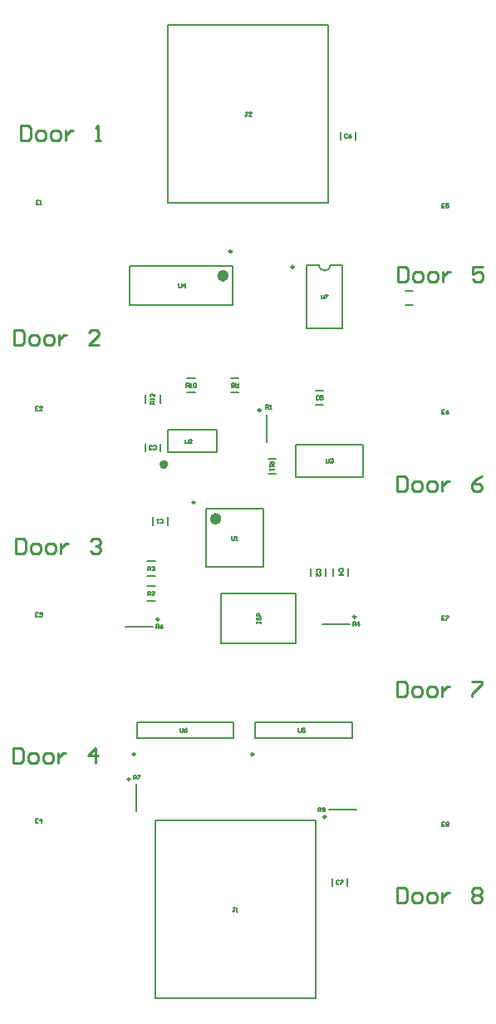
<source format=gto>
G04 Layer_Color=65535*
%FSAX44Y44*%
%MOMM*%
G71*
G01*
G75*
%ADD36C,0.2500*%
%ADD37C,0.2000*%
%ADD38C,0.6000*%
%ADD39C,0.5000*%
%ADD40C,0.2032*%
%ADD41C,0.1270*%
%ADD42C,0.2540*%
D36*
X00402510Y00947800D02*
G03*
X00402510Y00947800I-00001250J00000000D01*
G01*
X00368986Y00801980D02*
G03*
X00368986Y00801980I-00001250J00000000D01*
G01*
X00265080Y00588854D02*
G03*
X00265080Y00588854I-00001250J00000000D01*
G01*
X00465740Y00591394D02*
G03*
X00465740Y00591394I-00001250J00000000D01*
G01*
X00435260Y00387726D02*
G03*
X00435260Y00387726I-00001250J00000000D01*
G01*
X00235636Y00426060D02*
G03*
X00235636Y00426060I-00001250J00000000D01*
G01*
X00240840Y00451460D02*
G03*
X00240840Y00451460I-00001250J00000000D01*
G01*
X00361490D02*
G03*
X00361490Y00451460I-00001250J00000000D01*
G01*
X00301630Y00708087D02*
G03*
X00301630Y00708087I-00001250J00000000D01*
G01*
X00339210Y00963480D02*
G03*
X00339210Y00963480I-00001250J00000000D01*
G01*
D37*
X00428010Y00950050D02*
G03*
X00440010Y00950050I00006000J00000000D01*
G01*
X00416010D02*
X00428010D01*
X00440010D02*
X00452010D01*
X00416010Y00885050D02*
X00452010D01*
X00416010D02*
Y00950050D01*
X00452010Y00885050D02*
Y00950050D01*
X00456944Y00317211D02*
Y00325210D01*
X00441944Y00317211D02*
Y00325210D01*
X00375082Y00769468D02*
Y00797408D01*
X00231318Y00581508D02*
X00259258D01*
X00431978Y00584048D02*
X00459918D01*
X00438582Y00395072D02*
X00466522D01*
X00241732Y00393548D02*
Y00421488D01*
X00253480Y00607790D02*
X00261480D01*
X00253480Y00622790D02*
X00261480D01*
X00341300Y00467960D02*
Y00483960D01*
X00242690Y00467960D02*
Y00483960D01*
X00341300D01*
X00242690Y00467960D02*
X00341300D01*
X00461950D02*
Y00483960D01*
X00363340Y00467960D02*
Y00483960D01*
X00461950D01*
X00363340Y00467960D02*
X00461950D01*
X00253480Y00633190D02*
X00261480D01*
X00253480Y00648190D02*
X00261480D01*
X00376670Y00752330D02*
X00384670D01*
X00376670Y00737330D02*
X00384670D01*
X00312880Y00642337D02*
Y00701337D01*
X00371880Y00642337D02*
Y00701337D01*
X00312880D02*
X00371880D01*
X00312880Y00642337D02*
X00371880D01*
X00251250Y00809410D02*
Y00817410D01*
X00266250Y00809410D02*
Y00817410D01*
X00274390Y00758800D02*
X00324390D01*
Y00781660D01*
X00274390Y00758800D02*
Y00781660D01*
X00324390D01*
X00294120Y00819880D02*
X00302120D01*
X00294120Y00834880D02*
X00302120D01*
X00338570Y00819880D02*
X00346570D01*
X00338570Y00834880D02*
X00346570D01*
X00328600Y00564490D02*
Y00615290D01*
X00404800Y00564490D02*
Y00615290D01*
X00328600Y00564490D02*
X00404800D01*
X00328600Y00615290D02*
X00404800D01*
X00328600D02*
X00377283D01*
X00266250Y00759880D02*
Y00767880D01*
X00251250Y00759880D02*
Y00767880D01*
X00435160Y00632880D02*
Y00640880D01*
X00420160Y00632880D02*
Y00640880D01*
X00258870Y00684950D02*
Y00692950D01*
X00273870Y00684950D02*
Y00692950D01*
X00443020Y00632880D02*
Y00640880D01*
X00458020Y00632880D02*
Y00640880D01*
X00424930Y00807180D02*
X00432930D01*
X00424930Y00822180D02*
X00432930D01*
X00450640Y01077380D02*
Y01085380D01*
X00465640Y01077380D02*
Y01085380D01*
X00235460Y00948980D02*
X00340460D01*
X00235460Y00908980D02*
X00340460D01*
Y00948980D01*
X00235460Y00908980D02*
Y00948980D01*
X00516370Y00908780D02*
X00524370D01*
X00516370Y00923780D02*
X00524370D01*
D38*
X00325880Y00691337D02*
G03*
X00325880Y00691337I-00003000J00000000D01*
G01*
X00333460Y00938980D02*
G03*
X00333460Y00938980I-00003000J00000000D01*
G01*
D39*
X00272180Y00746640D02*
G03*
X00272180Y00746640I-00002000J00000000D01*
G01*
D40*
X00424570Y00202540D02*
Y00252550D01*
X00261270Y00202540D02*
Y00252550D01*
Y00202540D02*
X00424570D01*
X00261270Y00252550D02*
Y00384150D01*
X00424570Y00252550D02*
Y00384150D01*
X00261270D02*
X00424570D01*
X00274540Y01012800D02*
X00437840D01*
X00274540D02*
Y01144400D01*
X00437840Y01012800D02*
Y01144400D01*
X00274540Y01194410D02*
X00437840D01*
Y01144400D02*
Y01194410D01*
X00274540Y01144400D02*
Y01194410D01*
X00473380Y00733400D02*
Y00766420D01*
X00404800D02*
X00473380D01*
X00404800Y00733400D02*
Y00766420D01*
Y00733400D02*
X00473380D01*
D41*
X00448743Y00322677D02*
X00448063Y00323357D01*
X00446704D01*
X00446024Y00322677D01*
Y00319958D01*
X00446704Y00319278D01*
X00448063D01*
X00448743Y00319958D01*
X00450103Y00323357D02*
X00452822D01*
Y00322677D01*
X00450103Y00319958D01*
Y00319278D01*
X00254000Y00613156D02*
Y00617235D01*
X00256039D01*
X00256719Y00616555D01*
Y00615195D01*
X00256039Y00614516D01*
X00254000D01*
X00255360D02*
X00256719Y00613156D01*
X00260798D02*
X00258079D01*
X00260798Y00615875D01*
Y00616555D01*
X00260118Y00617235D01*
X00258759D01*
X00258079Y00616555D01*
X00286766Y00478043D02*
Y00474644D01*
X00287446Y00473964D01*
X00288805D01*
X00289485Y00474644D01*
Y00478043D01*
X00293564D02*
X00292204Y00477363D01*
X00290845Y00476003D01*
Y00474644D01*
X00291525Y00473964D01*
X00292884D01*
X00293564Y00474644D01*
Y00475324D01*
X00292884Y00476003D01*
X00290845D01*
X00407416Y00478043D02*
Y00474644D01*
X00408096Y00473964D01*
X00409455D01*
X00410135Y00474644D01*
Y00478043D01*
X00414214D02*
X00411495D01*
Y00476003D01*
X00412854Y00476683D01*
X00413534D01*
X00414214Y00476003D01*
Y00474644D01*
X00413534Y00473964D01*
X00412174D01*
X00411495Y00474644D01*
X00427660Y00393040D02*
Y00397119D01*
X00429699D01*
X00430379Y00396439D01*
Y00395079D01*
X00429699Y00394400D01*
X00427660D01*
X00429020D02*
X00430379Y00393040D01*
X00431739Y00393720D02*
X00432419Y00393040D01*
X00433778D01*
X00434458Y00393720D01*
Y00396439D01*
X00433778Y00397119D01*
X00432419D01*
X00431739Y00396439D01*
Y00395759D01*
X00432419Y00395079D01*
X00434458D01*
X00239700Y00426060D02*
Y00430139D01*
X00241739D01*
X00242419Y00429459D01*
Y00428099D01*
X00241739Y00427420D01*
X00239700D01*
X00241060D02*
X00242419Y00426060D01*
X00243779Y00430139D02*
X00246498D01*
Y00429459D01*
X00243779Y00426740D01*
Y00426060D01*
X00262560Y00579730D02*
Y00583809D01*
X00264599D01*
X00265279Y00583129D01*
Y00581769D01*
X00264599Y00581090D01*
X00262560D01*
X00263920D02*
X00265279Y00579730D01*
X00269358Y00583809D02*
X00267998Y00583129D01*
X00266639Y00581769D01*
Y00580410D01*
X00267318Y00579730D01*
X00268678D01*
X00269358Y00580410D01*
Y00581090D01*
X00268678Y00581769D01*
X00266639D01*
X00463220Y00582270D02*
Y00586349D01*
X00465259D01*
X00465939Y00585669D01*
Y00584309D01*
X00465259Y00583630D01*
X00463220D01*
X00464580D02*
X00465939Y00582270D01*
X00469338D02*
Y00586349D01*
X00467299Y00584309D01*
X00470018D01*
X00285496Y00930925D02*
Y00927526D01*
X00286176Y00926846D01*
X00287535D01*
X00288215Y00927526D01*
Y00930925D01*
X00291614Y00926846D02*
Y00930925D01*
X00289575Y00928885D01*
X00292294D01*
X00254000Y00638556D02*
Y00642635D01*
X00256039D01*
X00256719Y00641955D01*
Y00640595D01*
X00256039Y00639916D01*
X00254000D01*
X00255360D02*
X00256719Y00638556D01*
X00258079Y00641955D02*
X00258759Y00642635D01*
X00260118D01*
X00260798Y00641955D01*
Y00641275D01*
X00260118Y00640595D01*
X00259438D01*
X00260118D01*
X00260798Y00639916D01*
Y00639236D01*
X00260118Y00638556D01*
X00258759D01*
X00258079Y00639236D01*
X00374320Y00803250D02*
Y00807329D01*
X00376359D01*
X00377039Y00806649D01*
Y00805289D01*
X00376359Y00804610D01*
X00374320D01*
X00375680D02*
X00377039Y00803250D01*
X00378399D02*
X00379758D01*
X00379078D01*
Y00807329D01*
X00378399Y00806649D01*
X00355525Y01105677D02*
X00354166D01*
X00354845D01*
Y01102278D01*
X00354166Y01101598D01*
X00353486D01*
X00352806Y01102278D01*
X00359604Y01101598D02*
X00356885D01*
X00359604Y01104317D01*
Y01104997D01*
X00358924Y01105677D01*
X00357565D01*
X00356885Y01104997D01*
X00378714Y00749300D02*
X00382793D01*
Y00747261D01*
X00382113Y00746581D01*
X00380753D01*
X00380074Y00747261D01*
Y00749300D01*
Y00747940D02*
X00378714Y00746581D01*
Y00745221D02*
Y00743862D01*
Y00744541D01*
X00382793D01*
X00382113Y00745221D01*
X00378714Y00741822D02*
Y00740463D01*
Y00741143D01*
X00382793D01*
X00382113Y00741822D01*
X00339598Y00673877D02*
Y00670478D01*
X00340278Y00669798D01*
X00341637D01*
X00342317Y00670478D01*
Y00673877D01*
X00343677Y00669798D02*
X00345036D01*
X00344356D01*
Y00673877D01*
X00343677Y00673197D01*
X00260858Y00808228D02*
X00256779D01*
Y00810267D01*
X00257459Y00810947D01*
X00258819D01*
X00259498Y00810267D01*
Y00808228D01*
Y00809588D02*
X00260858Y00810947D01*
Y00812307D02*
Y00813666D01*
Y00812987D01*
X00256779D01*
X00257459Y00812307D01*
X00260858Y00818425D02*
Y00815706D01*
X00258139Y00818425D01*
X00257459D01*
X00256779Y00817745D01*
Y00816385D01*
X00257459Y00815706D01*
X00292354Y00772175D02*
Y00768776D01*
X00293034Y00768096D01*
X00294393D01*
X00295073Y00768776D01*
Y00772175D01*
X00299152Y00768096D02*
X00296433D01*
X00299152Y00770815D01*
Y00771495D01*
X00298472Y00772175D01*
X00297113D01*
X00296433Y00771495D01*
X00293116Y00825246D02*
Y00829325D01*
X00295155D01*
X00295835Y00828645D01*
Y00827285D01*
X00295155Y00826606D01*
X00293116D01*
X00294476D02*
X00295835Y00825246D01*
X00297195D02*
X00298554D01*
X00297875D01*
Y00829325D01*
X00297195Y00828645D01*
X00300594D02*
X00301273Y00829325D01*
X00302633D01*
X00303313Y00828645D01*
Y00825926D01*
X00302633Y00825246D01*
X00301273D01*
X00300594Y00825926D01*
Y00828645D01*
X00345948Y00829310D02*
Y00825231D01*
X00343909D01*
X00343229Y00825911D01*
Y00827271D01*
X00343909Y00827950D01*
X00345948D01*
X00344588D02*
X00343229Y00829310D01*
X00341869Y00825911D02*
X00341189Y00825231D01*
X00339830D01*
X00339150Y00825911D01*
Y00826591D01*
X00339830Y00827271D01*
X00339150Y00827950D01*
Y00828630D01*
X00339830Y00829310D01*
X00341189D01*
X00341869Y00828630D01*
Y00827950D01*
X00341189Y00827271D01*
X00341869Y00826591D01*
Y00825911D01*
X00341189Y00827271D02*
X00339830D01*
X00364729Y00584708D02*
Y00586068D01*
Y00585388D01*
X00368808D01*
Y00584708D01*
Y00586068D01*
X00365409Y00590826D02*
X00364729Y00590146D01*
Y00588787D01*
X00365409Y00588107D01*
X00366089D01*
X00366769Y00588787D01*
Y00590146D01*
X00367448Y00590826D01*
X00368128D01*
X00368808Y00590146D01*
Y00588787D01*
X00368128Y00588107D01*
X00368808Y00592186D02*
X00364729D01*
Y00594225D01*
X00365409Y00594905D01*
X00366769D01*
X00367448Y00594225D01*
Y00592186D01*
X00259409Y00762411D02*
X00260089Y00761731D01*
X00261448D01*
X00262128Y00762411D01*
Y00765130D01*
X00261448Y00765810D01*
X00260089D01*
X00259409Y00765130D01*
X00258049Y00762411D02*
X00257369Y00761731D01*
X00256010D01*
X00255330Y00762411D01*
Y00763091D01*
X00256010Y00763771D01*
X00256690D01*
X00256010D01*
X00255330Y00764450D01*
Y00765130D01*
X00256010Y00765810D01*
X00257369D01*
X00258049Y00765130D01*
X00429039Y00637456D02*
X00429719Y00638135D01*
Y00639495D01*
X00429039Y00640175D01*
X00426320D01*
X00425640Y00639495D01*
Y00638135D01*
X00426320Y00637456D01*
X00425640Y00633377D02*
Y00636096D01*
X00428359Y00633377D01*
X00429039D01*
X00429719Y00634057D01*
Y00635416D01*
X00429039Y00636096D01*
X00266267Y00687481D02*
X00266947Y00686801D01*
X00268306D01*
X00268986Y00687481D01*
Y00690200D01*
X00268306Y00690880D01*
X00266947D01*
X00266267Y00690200D01*
X00264907Y00690880D02*
X00263548D01*
X00264228D01*
Y00686801D01*
X00264907Y00687481D01*
X00451963Y00637615D02*
X00452643Y00638295D01*
Y00639654D01*
X00451963Y00640334D01*
X00449244D01*
X00448564Y00639654D01*
Y00638295D01*
X00449244Y00637615D01*
X00448564Y00634216D02*
X00452643D01*
X00450603Y00636255D01*
Y00633536D01*
X00428169Y00815945D02*
X00427489Y00816625D01*
X00426130D01*
X00425450Y00815945D01*
Y00813226D01*
X00426130Y00812546D01*
X00427489D01*
X00428169Y00813226D01*
X00432248Y00816625D02*
X00429529D01*
Y00814585D01*
X00430888Y00815265D01*
X00431568D01*
X00432248Y00814585D01*
Y00813226D01*
X00431568Y00812546D01*
X00430209D01*
X00429529Y00813226D01*
X00457379Y01082645D02*
X00456699Y01083325D01*
X00455340D01*
X00454660Y01082645D01*
Y01079926D01*
X00455340Y01079246D01*
X00456699D01*
X00457379Y01079926D01*
X00461458Y01083325D02*
X00460098Y01082645D01*
X00458739Y01081285D01*
Y01079926D01*
X00459418Y01079246D01*
X00460778D01*
X00461458Y01079926D01*
Y01080606D01*
X00460778Y01081285D01*
X00458739D01*
X00142927Y01015761D02*
X00140208D01*
Y01011682D01*
X00142927D01*
X00140208Y01013721D02*
X00141568D01*
X00144287Y01011682D02*
X00145646D01*
X00144966D01*
Y01015761D01*
X00144287Y01015081D01*
X00435610Y00752109D02*
Y00748710D01*
X00436290Y00748030D01*
X00437649D01*
X00438329Y00748710D01*
Y00752109D01*
X00439689Y00751429D02*
X00440368Y00752109D01*
X00441728D01*
X00442408Y00751429D01*
Y00750749D01*
X00441728Y00750069D01*
X00441048D01*
X00441728D01*
X00442408Y00749390D01*
Y00748710D01*
X00441728Y00748030D01*
X00440368D01*
X00439689Y00748710D01*
X00342825Y00295417D02*
X00341466D01*
X00342145D01*
Y00292018D01*
X00341466Y00291338D01*
X00340786D01*
X00340106Y00292018D01*
X00344185Y00291338D02*
X00345544D01*
X00344865D01*
Y00295417D01*
X00344185Y00294737D01*
X00142165Y00805957D02*
X00139446D01*
Y00801878D01*
X00142165D01*
X00139446Y00803917D02*
X00140806D01*
X00146244Y00801878D02*
X00143525D01*
X00146244Y00804597D01*
Y00805277D01*
X00145564Y00805957D01*
X00144205D01*
X00143525Y00805277D01*
X00142165Y00595899D02*
X00139446D01*
Y00591820D01*
X00142165D01*
X00139446Y00593859D02*
X00140806D01*
X00143525Y00595219D02*
X00144205Y00595899D01*
X00145564D01*
X00146244Y00595219D01*
Y00594539D01*
X00145564Y00593859D01*
X00144884D01*
X00145564D01*
X00146244Y00593180D01*
Y00592500D01*
X00145564Y00591820D01*
X00144205D01*
X00143525Y00592500D01*
X00142165Y00385841D02*
X00139446D01*
Y00381762D01*
X00142165D01*
X00139446Y00383801D02*
X00140806D01*
X00145564Y00381762D02*
Y00385841D01*
X00143525Y00383801D01*
X00146244D01*
X00556439Y01011951D02*
X00553720D01*
Y01007872D01*
X00556439D01*
X00553720Y01009911D02*
X00555080D01*
X00560518Y01011951D02*
X00557799D01*
Y01009911D01*
X00559158Y01010591D01*
X00559838D01*
X00560518Y01009911D01*
Y01008552D01*
X00559838Y01007872D01*
X00558479D01*
X00557799Y01008552D01*
X00556439Y00802147D02*
X00553720D01*
Y00798068D01*
X00556439D01*
X00553720Y00800107D02*
X00555080D01*
X00560518Y00802147D02*
X00559158Y00801467D01*
X00557799Y00800107D01*
Y00798748D01*
X00558479Y00798068D01*
X00559838D01*
X00560518Y00798748D01*
Y00799428D01*
X00559838Y00800107D01*
X00557799D01*
X00556439Y00592089D02*
X00553720D01*
Y00588010D01*
X00556439D01*
X00553720Y00590049D02*
X00555080D01*
X00557799Y00592089D02*
X00560518D01*
Y00591409D01*
X00557799Y00588690D01*
Y00588010D01*
X00556439Y00382031D02*
X00553720D01*
Y00377952D01*
X00556439D01*
X00553720Y00379991D02*
X00555080D01*
X00557799Y00381351D02*
X00558479Y00382031D01*
X00559838D01*
X00560518Y00381351D01*
Y00380671D01*
X00559838Y00379991D01*
X00560518Y00379312D01*
Y00378632D01*
X00559838Y00377952D01*
X00558479D01*
X00557799Y00378632D01*
Y00379312D01*
X00558479Y00379991D01*
X00557799Y00380671D01*
Y00381351D01*
X00558479Y00379991D02*
X00559838D01*
X00430530Y00919495D02*
Y00916096D01*
X00431210Y00915416D01*
X00432569D01*
X00433249Y00916096D01*
Y00919495D01*
X00434609D02*
X00437328D01*
Y00918815D01*
X00434609Y00916096D01*
Y00915416D01*
D42*
X00508940Y00948025D02*
Y00932790D01*
X00516558D01*
X00519097Y00935329D01*
Y00945486D01*
X00516558Y00948025D01*
X00508940D01*
X00526714Y00932790D02*
X00531793D01*
X00534332Y00935329D01*
Y00940407D01*
X00531793Y00942947D01*
X00526714D01*
X00524175Y00940407D01*
Y00935329D01*
X00526714Y00932790D01*
X00541949D02*
X00547028D01*
X00549567Y00935329D01*
Y00940407D01*
X00547028Y00942947D01*
X00541949D01*
X00539410Y00940407D01*
Y00935329D01*
X00541949Y00932790D01*
X00554645Y00942947D02*
Y00932790D01*
Y00937868D01*
X00557184Y00940407D01*
X00559724Y00942947D01*
X00562263D01*
X00595272Y00948025D02*
X00585115D01*
Y00940407D01*
X00590194Y00942947D01*
X00592733D01*
X00595272Y00940407D01*
Y00935329D01*
X00592733Y00932790D01*
X00587655D01*
X00585115Y00935329D01*
X00507670Y00734665D02*
Y00719430D01*
X00515288D01*
X00517827Y00721969D01*
Y00732126D01*
X00515288Y00734665D01*
X00507670D01*
X00525444Y00719430D02*
X00530523D01*
X00533062Y00721969D01*
Y00727048D01*
X00530523Y00729587D01*
X00525444D01*
X00522905Y00727048D01*
Y00721969D01*
X00525444Y00719430D01*
X00540679D02*
X00545758D01*
X00548297Y00721969D01*
Y00727048D01*
X00545758Y00729587D01*
X00540679D01*
X00538140Y00727048D01*
Y00721969D01*
X00540679Y00719430D01*
X00553375Y00729587D02*
Y00719430D01*
Y00724508D01*
X00555914Y00727048D01*
X00558454Y00729587D01*
X00560993D01*
X00594002Y00734665D02*
X00588924Y00732126D01*
X00583845Y00727048D01*
Y00721969D01*
X00586385Y00719430D01*
X00591463D01*
X00594002Y00721969D01*
Y00724508D01*
X00591463Y00727048D01*
X00583845D01*
X00507670Y00525115D02*
Y00509880D01*
X00515288D01*
X00517827Y00512419D01*
Y00522576D01*
X00515288Y00525115D01*
X00507670D01*
X00525444Y00509880D02*
X00530523D01*
X00533062Y00512419D01*
Y00517497D01*
X00530523Y00520037D01*
X00525444D01*
X00522905Y00517497D01*
Y00512419D01*
X00525444Y00509880D01*
X00540679D02*
X00545758D01*
X00548297Y00512419D01*
Y00517497D01*
X00545758Y00520037D01*
X00540679D01*
X00538140Y00517497D01*
Y00512419D01*
X00540679Y00509880D01*
X00553375Y00520037D02*
Y00509880D01*
Y00514958D01*
X00555914Y00517497D01*
X00558454Y00520037D01*
X00560993D01*
X00583845Y00525115D02*
X00594002D01*
Y00522576D01*
X00583845Y00512419D01*
Y00509880D01*
X00507670Y00315565D02*
Y00300330D01*
X00515288D01*
X00517827Y00302869D01*
Y00313026D01*
X00515288Y00315565D01*
X00507670D01*
X00525444Y00300330D02*
X00530523D01*
X00533062Y00302869D01*
Y00307948D01*
X00530523Y00310487D01*
X00525444D01*
X00522905Y00307948D01*
Y00302869D01*
X00525444Y00300330D01*
X00540679D02*
X00545758D01*
X00548297Y00302869D01*
Y00307948D01*
X00545758Y00310487D01*
X00540679D01*
X00538140Y00307948D01*
Y00302869D01*
X00540679Y00300330D01*
X00553375Y00310487D02*
Y00300330D01*
Y00305408D01*
X00555914Y00307948D01*
X00558454Y00310487D01*
X00560993D01*
X00583845Y00313026D02*
X00586385Y00315565D01*
X00591463D01*
X00594002Y00313026D01*
Y00310487D01*
X00591463Y00307948D01*
X00594002Y00305408D01*
Y00302869D01*
X00591463Y00300330D01*
X00586385D01*
X00583845Y00302869D01*
Y00305408D01*
X00586385Y00307948D01*
X00583845Y00310487D01*
Y00313026D01*
X00586385Y00307948D02*
X00591463D01*
X00116510Y00457805D02*
Y00442570D01*
X00124128D01*
X00126667Y00445109D01*
Y00455266D01*
X00124128Y00457805D01*
X00116510D01*
X00134284Y00442570D02*
X00139363D01*
X00141902Y00445109D01*
Y00450187D01*
X00139363Y00452727D01*
X00134284D01*
X00131745Y00450187D01*
Y00445109D01*
X00134284Y00442570D01*
X00149519D02*
X00154598D01*
X00157137Y00445109D01*
Y00450187D01*
X00154598Y00452727D01*
X00149519D01*
X00146980Y00450187D01*
Y00445109D01*
X00149519Y00442570D01*
X00162215Y00452727D02*
Y00442570D01*
Y00447648D01*
X00164754Y00450187D01*
X00167294Y00452727D01*
X00169833D01*
X00200303Y00442570D02*
Y00457805D01*
X00192685Y00450187D01*
X00202842D01*
X00119050Y00671165D02*
Y00655930D01*
X00126667D01*
X00129207Y00658469D01*
Y00668626D01*
X00126667Y00671165D01*
X00119050D01*
X00136824Y00655930D02*
X00141903D01*
X00144442Y00658469D01*
Y00663548D01*
X00141903Y00666087D01*
X00136824D01*
X00134285Y00663548D01*
Y00658469D01*
X00136824Y00655930D01*
X00152059D02*
X00157138D01*
X00159677Y00658469D01*
Y00663548D01*
X00157138Y00666087D01*
X00152059D01*
X00149520Y00663548D01*
Y00658469D01*
X00152059Y00655930D01*
X00164755Y00666087D02*
Y00655930D01*
Y00661008D01*
X00167294Y00663548D01*
X00169834Y00666087D01*
X00172373D01*
X00195225Y00668626D02*
X00197765Y00671165D01*
X00202843D01*
X00205382Y00668626D01*
Y00666087D01*
X00202843Y00663548D01*
X00200304D01*
X00202843D01*
X00205382Y00661008D01*
Y00658469D01*
X00202843Y00655930D01*
X00197765D01*
X00195225Y00658469D01*
X00117780Y00883255D02*
Y00868020D01*
X00125398D01*
X00127937Y00870559D01*
Y00880716D01*
X00125398Y00883255D01*
X00117780D01*
X00135554Y00868020D02*
X00140633D01*
X00143172Y00870559D01*
Y00875638D01*
X00140633Y00878177D01*
X00135554D01*
X00133015Y00875638D01*
Y00870559D01*
X00135554Y00868020D01*
X00150789D02*
X00155868D01*
X00158407Y00870559D01*
Y00875638D01*
X00155868Y00878177D01*
X00150789D01*
X00148250Y00875638D01*
Y00870559D01*
X00150789Y00868020D01*
X00163485Y00878177D02*
Y00868020D01*
Y00873098D01*
X00166024Y00875638D01*
X00168564Y00878177D01*
X00171103D01*
X00204112Y00868020D02*
X00193955D01*
X00204112Y00878177D01*
Y00880716D01*
X00201573Y00883255D01*
X00196495D01*
X00193955Y00880716D01*
X00124130Y01091535D02*
Y01076300D01*
X00131748D01*
X00134287Y01078839D01*
Y01088996D01*
X00131748Y01091535D01*
X00124130D01*
X00141904Y01076300D02*
X00146983D01*
X00149522Y01078839D01*
Y01083917D01*
X00146983Y01086457D01*
X00141904D01*
X00139365Y01083917D01*
Y01078839D01*
X00141904Y01076300D01*
X00157139D02*
X00162218D01*
X00164757Y01078839D01*
Y01083917D01*
X00162218Y01086457D01*
X00157139D01*
X00154600Y01083917D01*
Y01078839D01*
X00157139Y01076300D01*
X00169835Y01086457D02*
Y01076300D01*
Y01081378D01*
X00172374Y01083917D01*
X00174914Y01086457D01*
X00177453D01*
X00200305Y01076300D02*
X00205384D01*
X00202845D01*
Y01091535D01*
X00200305Y01088996D01*
M02*

</source>
